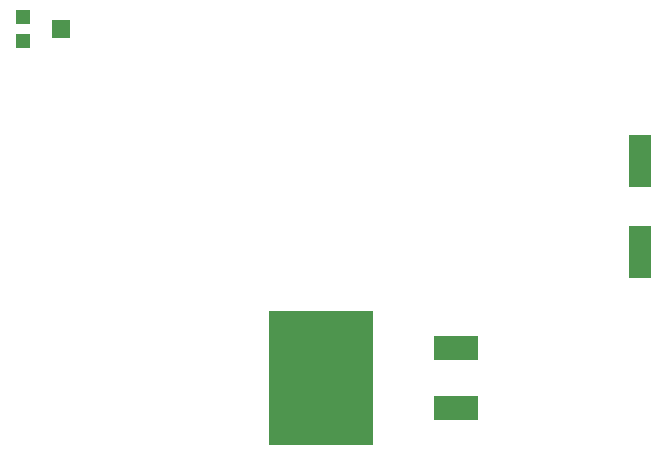
<source format=gtp>
G04*
G04 #@! TF.GenerationSoftware,Altium Limited,Altium Designer,21.3.1 (25)*
G04*
G04 Layer_Color=8421504*
%FSLAX44Y44*%
%MOMM*%
G71*
G04*
G04 #@! TF.SameCoordinates,07AAF50E-0F06-4378-A151-48E409635E6A*
G04*
G04*
G04 #@! TF.FilePolarity,Positive*
G04*
G01*
G75*
%ADD15R,8.8900X11.4300*%
%ADD16R,3.8100X2.0800*%
%ADD17R,1.2000X1.2000*%
%ADD18R,1.5000X1.6000*%
%ADD19R,1.9000X4.4000*%
D15*
X305000Y705000D02*
D03*
D16*
X419300Y730400D02*
D03*
Y679600D02*
D03*
D17*
X52500Y1010000D02*
D03*
Y990000D02*
D03*
D18*
X85000Y1000000D02*
D03*
D19*
X575000Y811250D02*
D03*
Y888750D02*
D03*
M02*

</source>
